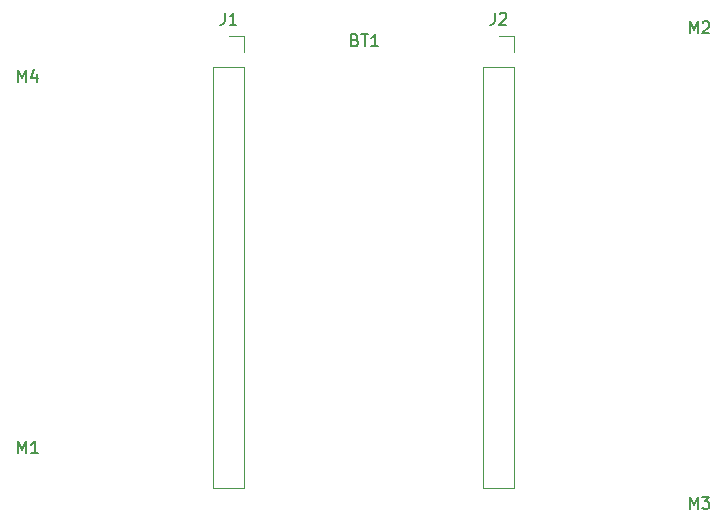
<source format=gbr>
%TF.GenerationSoftware,KiCad,Pcbnew,9.0.2*%
%TF.CreationDate,2025-06-07T15:03:38+08:00*%
%TF.ProjectId,fks-0,666b732d-302e-46b6-9963-61645f706362,rev?*%
%TF.SameCoordinates,Original*%
%TF.FileFunction,Legend,Top*%
%TF.FilePolarity,Positive*%
%FSLAX46Y46*%
G04 Gerber Fmt 4.6, Leading zero omitted, Abs format (unit mm)*
G04 Created by KiCad (PCBNEW 9.0.2) date 2025-06-07 15:03:38*
%MOMM*%
%LPD*%
G01*
G04 APERTURE LIST*
%ADD10C,0.150000*%
%ADD11C,0.120000*%
G04 APERTURE END LIST*
D10*
X59330476Y-146444819D02*
X59330476Y-145444819D01*
X59330476Y-145444819D02*
X59663809Y-146159104D01*
X59663809Y-146159104D02*
X59997142Y-145444819D01*
X59997142Y-145444819D02*
X59997142Y-146444819D01*
X60901904Y-145778152D02*
X60901904Y-146444819D01*
X60663809Y-145397200D02*
X60425714Y-146111485D01*
X60425714Y-146111485D02*
X61044761Y-146111485D01*
X76806666Y-140624819D02*
X76806666Y-141339104D01*
X76806666Y-141339104D02*
X76759047Y-141481961D01*
X76759047Y-141481961D02*
X76663809Y-141577200D01*
X76663809Y-141577200D02*
X76520952Y-141624819D01*
X76520952Y-141624819D02*
X76425714Y-141624819D01*
X77806666Y-141624819D02*
X77235238Y-141624819D01*
X77520952Y-141624819D02*
X77520952Y-140624819D01*
X77520952Y-140624819D02*
X77425714Y-140767676D01*
X77425714Y-140767676D02*
X77330476Y-140862914D01*
X77330476Y-140862914D02*
X77235238Y-140910533D01*
X116180476Y-182604819D02*
X116180476Y-181604819D01*
X116180476Y-181604819D02*
X116513809Y-182319104D01*
X116513809Y-182319104D02*
X116847142Y-181604819D01*
X116847142Y-181604819D02*
X116847142Y-182604819D01*
X117228095Y-181604819D02*
X117847142Y-181604819D01*
X117847142Y-181604819D02*
X117513809Y-181985771D01*
X117513809Y-181985771D02*
X117656666Y-181985771D01*
X117656666Y-181985771D02*
X117751904Y-182033390D01*
X117751904Y-182033390D02*
X117799523Y-182081009D01*
X117799523Y-182081009D02*
X117847142Y-182176247D01*
X117847142Y-182176247D02*
X117847142Y-182414342D01*
X117847142Y-182414342D02*
X117799523Y-182509580D01*
X117799523Y-182509580D02*
X117751904Y-182557200D01*
X117751904Y-182557200D02*
X117656666Y-182604819D01*
X117656666Y-182604819D02*
X117370952Y-182604819D01*
X117370952Y-182604819D02*
X117275714Y-182557200D01*
X117275714Y-182557200D02*
X117228095Y-182509580D01*
X59330476Y-177904819D02*
X59330476Y-176904819D01*
X59330476Y-176904819D02*
X59663809Y-177619104D01*
X59663809Y-177619104D02*
X59997142Y-176904819D01*
X59997142Y-176904819D02*
X59997142Y-177904819D01*
X60997142Y-177904819D02*
X60425714Y-177904819D01*
X60711428Y-177904819D02*
X60711428Y-176904819D01*
X60711428Y-176904819D02*
X60616190Y-177047676D01*
X60616190Y-177047676D02*
X60520952Y-177142914D01*
X60520952Y-177142914D02*
X60425714Y-177190533D01*
X99666666Y-140624819D02*
X99666666Y-141339104D01*
X99666666Y-141339104D02*
X99619047Y-141481961D01*
X99619047Y-141481961D02*
X99523809Y-141577200D01*
X99523809Y-141577200D02*
X99380952Y-141624819D01*
X99380952Y-141624819D02*
X99285714Y-141624819D01*
X100095238Y-140720057D02*
X100142857Y-140672438D01*
X100142857Y-140672438D02*
X100238095Y-140624819D01*
X100238095Y-140624819D02*
X100476190Y-140624819D01*
X100476190Y-140624819D02*
X100571428Y-140672438D01*
X100571428Y-140672438D02*
X100619047Y-140720057D01*
X100619047Y-140720057D02*
X100666666Y-140815295D01*
X100666666Y-140815295D02*
X100666666Y-140910533D01*
X100666666Y-140910533D02*
X100619047Y-141053390D01*
X100619047Y-141053390D02*
X100047619Y-141624819D01*
X100047619Y-141624819D02*
X100666666Y-141624819D01*
X87854285Y-142931009D02*
X87997142Y-142978628D01*
X87997142Y-142978628D02*
X88044761Y-143026247D01*
X88044761Y-143026247D02*
X88092380Y-143121485D01*
X88092380Y-143121485D02*
X88092380Y-143264342D01*
X88092380Y-143264342D02*
X88044761Y-143359580D01*
X88044761Y-143359580D02*
X87997142Y-143407200D01*
X87997142Y-143407200D02*
X87901904Y-143454819D01*
X87901904Y-143454819D02*
X87520952Y-143454819D01*
X87520952Y-143454819D02*
X87520952Y-142454819D01*
X87520952Y-142454819D02*
X87854285Y-142454819D01*
X87854285Y-142454819D02*
X87949523Y-142502438D01*
X87949523Y-142502438D02*
X87997142Y-142550057D01*
X87997142Y-142550057D02*
X88044761Y-142645295D01*
X88044761Y-142645295D02*
X88044761Y-142740533D01*
X88044761Y-142740533D02*
X87997142Y-142835771D01*
X87997142Y-142835771D02*
X87949523Y-142883390D01*
X87949523Y-142883390D02*
X87854285Y-142931009D01*
X87854285Y-142931009D02*
X87520952Y-142931009D01*
X88378095Y-142454819D02*
X88949523Y-142454819D01*
X88663809Y-143454819D02*
X88663809Y-142454819D01*
X89806666Y-143454819D02*
X89235238Y-143454819D01*
X89520952Y-143454819D02*
X89520952Y-142454819D01*
X89520952Y-142454819D02*
X89425714Y-142597676D01*
X89425714Y-142597676D02*
X89330476Y-142692914D01*
X89330476Y-142692914D02*
X89235238Y-142740533D01*
X116180476Y-142354819D02*
X116180476Y-141354819D01*
X116180476Y-141354819D02*
X116513809Y-142069104D01*
X116513809Y-142069104D02*
X116847142Y-141354819D01*
X116847142Y-141354819D02*
X116847142Y-142354819D01*
X117275714Y-141450057D02*
X117323333Y-141402438D01*
X117323333Y-141402438D02*
X117418571Y-141354819D01*
X117418571Y-141354819D02*
X117656666Y-141354819D01*
X117656666Y-141354819D02*
X117751904Y-141402438D01*
X117751904Y-141402438D02*
X117799523Y-141450057D01*
X117799523Y-141450057D02*
X117847142Y-141545295D01*
X117847142Y-141545295D02*
X117847142Y-141640533D01*
X117847142Y-141640533D02*
X117799523Y-141783390D01*
X117799523Y-141783390D02*
X117228095Y-142354819D01*
X117228095Y-142354819D02*
X117847142Y-142354819D01*
D11*
%TO.C,J1*%
X75810000Y-145210000D02*
X75810000Y-180830000D01*
X75810000Y-145210000D02*
X78470000Y-145210000D01*
X75810000Y-180830000D02*
X78470000Y-180830000D01*
X77140000Y-142610000D02*
X78470000Y-142610000D01*
X78470000Y-142610000D02*
X78470000Y-143940000D01*
X78470000Y-145210000D02*
X78470000Y-180830000D01*
%TO.C,J2*%
X98670000Y-145210000D02*
X98670000Y-180830000D01*
X98670000Y-145210000D02*
X101330000Y-145210000D01*
X98670000Y-180830000D02*
X101330000Y-180830000D01*
X100000000Y-142610000D02*
X101330000Y-142610000D01*
X101330000Y-142610000D02*
X101330000Y-143940000D01*
X101330000Y-145210000D02*
X101330000Y-180830000D01*
%TD*%
M02*

</source>
